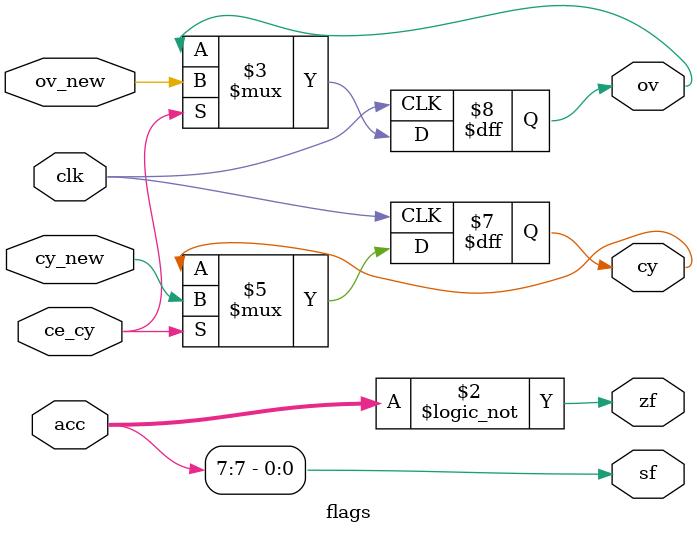
<source format=sv>
`ifndef FLAGS_SV
`define FLAGS_SV
`default_nettype none

module flags (
    input clk,
    input ce_cy,
    input cy_new,
    input ov_new,
    input [7:0] acc,
    output reg cy,
    output reg ov,
    output zf,
    output sf
);
    always_ff @(posedge clk) begin
        if (ce_cy) begin
            cy <= cy_new;
            ov <= ov_new;
        end
    end

    assign zf = acc == 0;
    assign sf = acc[7];
endmodule
`endif

</source>
